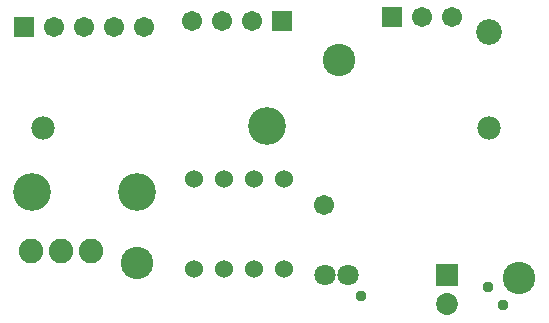
<source format=gbr>
G04 EAGLE Gerber RS-274X export*
G75*
%MOMM*%
%FSLAX34Y34*%
%LPD*%
%INSoldermask Bottom*%
%IPPOS*%
%AMOC8*
5,1,8,0,0,1.08239X$1,22.5*%
G01*
%ADD10C,2.743200*%
%ADD11C,2.082800*%
%ADD12C,1.524000*%
%ADD13R,1.711200X1.711200*%
%ADD14C,1.711200*%
%ADD15C,3.203200*%
%ADD16C,1.854200*%
%ADD17R,1.854200X1.854200*%
%ADD18C,1.988200*%
%ADD19C,2.183200*%
%ADD20C,1.803200*%
%ADD21C,0.959600*%
D10*
X457200Y762000D03*
X133350Y774700D03*
X304800Y946150D03*
D11*
X43307Y784617D03*
X68707Y784617D03*
X94107Y784617D03*
D12*
X257556Y845820D03*
X232156Y845820D03*
X232156Y769620D03*
X257556Y769620D03*
X206756Y845820D03*
X181356Y845820D03*
X206756Y769620D03*
X181356Y769620D03*
D13*
X38100Y974090D03*
D14*
X63500Y974090D03*
X88900Y974090D03*
X114300Y974090D03*
D15*
X133350Y834390D03*
D14*
X139700Y974090D03*
D15*
X44450Y834390D03*
D13*
X256540Y979170D03*
D14*
X231140Y979170D03*
X205740Y979170D03*
X180340Y979170D03*
D15*
X243840Y890270D03*
D16*
X396240Y739340D03*
D17*
X396240Y764340D03*
D18*
X431800Y889000D03*
X53600Y889000D03*
D19*
X431800Y970000D03*
D14*
X374588Y982300D03*
D13*
X349188Y982300D03*
D14*
X399988Y982300D03*
X292038Y823550D03*
D20*
X292260Y764540D03*
X312260Y764540D03*
D21*
X442982Y738541D03*
X430558Y754380D03*
X323088Y746280D03*
M02*

</source>
